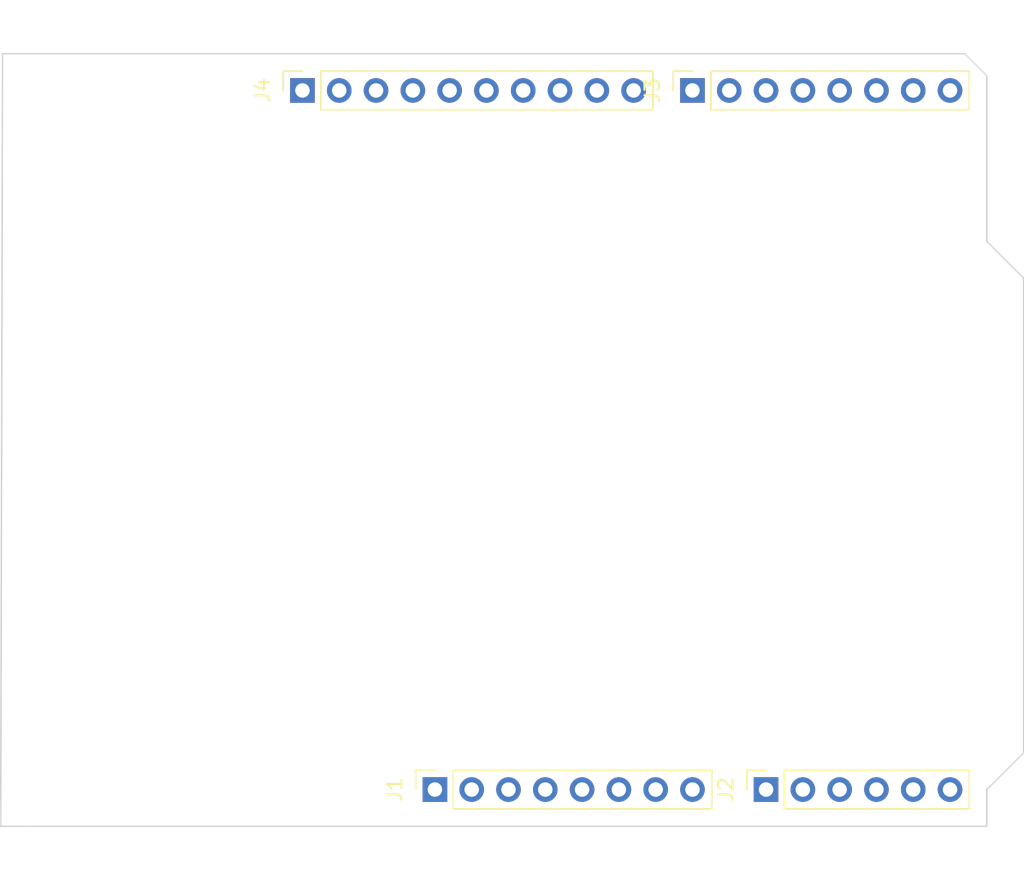
<source format=kicad_pcb>
(kicad_pcb (version 20221018) (generator pcbnew)
  (layers (0 "F.Cu" signal) (31 "B.Cu" signal) (34 "B.Paste" user) (35 "F.Paste" user) (36 "B.SilkS" user "B.Silkscreen") (37 "F.SilkS" user "F.Silkscreen") (38 "B.Mask" user) (39 "F.Mask" user) (44 "Edge.Cuts" user))
  (net 0 "")
  (net 2 "/IOREF")
  (net 3 "/RESET")
  (net 4 "/3.3V")
  (net 5 "/5V")
  (net 6 "/GND")
  (net 7 "/VIN")
  (net 8 "/A0")
  (net 9 "/A1")
  (net 10 "/A2")
  (net 11 "/A3")
  (net 12 "/A4")
  (net 13 "/A5")
  (net 14 "/AREF")
  (net 15 "/13")
  (net 16 "/12")
  (net 17 "/~11")
  (net 18 "/~10")
  (net 19 "/9")
  (net 20 "/8")
  (net 21 "/7")
  (net 22 "/6")
  (net 23 "/5")
  (net 24 "/4")
  (net 25 "/3")
  (net 26 "/2")
  (net 27 "/1 TX")
  (net 28 "/0 RX")
  (footprint "Connector_PinSocket_2.54mm:PinSocket_1x08_P2.54mm_Vertical" (layer "F.Cu") (at 124.968 98.552 90)
    (fp_text reference "J3" (at 0 -2.77 90) (layer "F.SilkS"))
    (fp_text value "Conn_01x08_Pin")
    (fp_line (start -1.33 1.27) (end -1.33 19.11) (stroke (width 0.12)) (layer "F.SilkS"))
    (fp_line (start -1.33 1.27) (end 1.33 1.27) (stroke (width 0.12)) (layer "F.SilkS"))
    (fp_line (start -1.33 19.11) (end 1.33 19.11) (stroke (width 0.12)) (layer "F.SilkS"))
    (fp_line (start 0 -1.33) (end 1.33 -1.33) (stroke (width 0.12)) (layer "F.SilkS"))
    (fp_line (start 1.33 -1.33) (end 1.33 0) (stroke (width 0.12)) (layer "F.SilkS"))
    (fp_line (start 1.33 1.27) (end 1.33 19.11) (stroke (width 0.12)) (layer "F.SilkS"))
    (pad "1" thru_hole rect (at 0 0 90) (size 1.7 1.7) (drill 1) (layers "*.Cu" "*.Mask") (net 21 "/7"))
    (pad "2" thru_hole oval (at 0 2.54 90) (size 1.7 1.7) (drill 1) (layers "*.Cu" "*.Mask") (net 22 "/6"))
    (pad "3" thru_hole oval (at 0 5.08 90) (size 1.7 1.7) (drill 1) (layers "*.Cu" "*.Mask") (net 23 "/5"))
    (pad "4" thru_hole oval (at 0 7.62 90) (size 1.7 1.7) (drill 1) (layers "*.Cu" "*.Mask") (net 24 "/4"))
    (pad "5" thru_hole oval (at 0 10.16 90) (size 1.7 1.7) (drill 1) (layers "*.Cu" "*.Mask") (net 25 "/3"))
    (pad "6" thru_hole oval (at 0 12.7 90) (size 1.7 1.7) (drill 1) (layers "*.Cu" "*.Mask") (net 26 "/2"))
    (pad "7" thru_hole oval (at 0 15.24 90) (size 1.7 1.7) (drill 1) (layers "*.Cu" "*.Mask") (net 27 "/1 TX"))
    (pad "8" thru_hole oval (at 0 17.78 90) (size 1.7 1.7) (drill 1) (layers "*.Cu" "*.Mask") (net 28 "/0 RX"))
  )
  (footprint "Connector_PinSocket_2.54mm:PinSocket_1x08_P2.54mm_Vertical" (layer "F.Cu") (at 107.188 146.812 90)
    (fp_text reference "J1" (at 0 -2.77 90) (layer "F.SilkS"))
    (fp_text value "Conn_01x08_Pin")
    (fp_line (start -1.33 1.27) (end -1.33 19.11) (stroke (width 0.12)) (layer "F.SilkS"))
    (fp_line (start -1.33 1.27) (end 1.33 1.27) (stroke (width 0.12)) (layer "F.SilkS"))
    (fp_line (start -1.33 19.11) (end 1.33 19.11) (stroke (width 0.12)) (layer "F.SilkS"))
    (fp_line (start 0 -1.33) (end 1.33 -1.33) (stroke (width 0.12)) (layer "F.SilkS"))
    (fp_line (start 1.33 -1.33) (end 1.33 0) (stroke (width 0.12)) (layer "F.SilkS"))
    (fp_line (start 1.33 1.27) (end 1.33 19.11) (stroke (width 0.12)) (layer "F.SilkS"))
    (pad "1" thru_hole rect (at 0 0 90) (size 1.7 1.7) (drill 1) (layers "*.Cu" "*.Mask"))
    (pad "2" thru_hole oval (at 0 2.54 90) (size 1.7 1.7) (drill 1) (layers "*.Cu" "*.Mask") (net 2 "/IOREF"))
    (pad "3" thru_hole oval (at 0 5.08 90) (size 1.7 1.7) (drill 1) (layers "*.Cu" "*.Mask") (net 3 "/RESET"))
    (pad "4" thru_hole oval (at 0 7.62 90) (size 1.7 1.7) (drill 1) (layers "*.Cu" "*.Mask") (net 4 "/3.3V"))
    (pad "5" thru_hole oval (at 0 10.16 90) (size 1.7 1.7) (drill 1) (layers "*.Cu" "*.Mask") (net 5 "/5V"))
    (pad "6" thru_hole oval (at 0 12.7 90) (size 1.7 1.7) (drill 1) (layers "*.Cu" "*.Mask") (net 6 "/GND"))
    (pad "7" thru_hole oval (at 0 15.24 90) (size 1.7 1.7) (drill 1) (layers "*.Cu" "*.Mask") (net 6 "/GND"))
    (pad "8" thru_hole oval (at 0 17.78 90) (size 1.7 1.7) (drill 1) (layers "*.Cu" "*.Mask") (net 7 "/VIN"))
  )
  (footprint "Connector_PinSocket_2.54mm:PinSocket_1x06_P2.54mm_Vertical" (layer "F.Cu") (at 130.048 146.812 90)
    (fp_text reference "J2" (at 0 -2.77 90) (layer "F.SilkS"))
    (fp_text value "Conn_01x06_Pin")
    (fp_line (start -1.33 1.27) (end -1.33 14.03) (stroke (width 0.12)) (layer "F.SilkS"))
    (fp_line (start -1.33 1.27) (end 1.33 1.27) (stroke (width 0.12)) (layer "F.SilkS"))
    (fp_line (start -1.33 14.03) (end 1.33 14.03) (stroke (width 0.12)) (layer "F.SilkS"))
    (fp_line (start 0 -1.33) (end 1.33 -1.33) (stroke (width 0.12)) (layer "F.SilkS"))
    (fp_line (start 1.33 -1.33) (end 1.33 0) (stroke (width 0.12)) (layer "F.SilkS"))
    (fp_line (start 1.33 1.27) (end 1.33 14.03) (stroke (width 0.12)) (layer "F.SilkS"))
    (pad "1" thru_hole rect (at 0 0 90) (size 1.7 1.7) (drill 1) (layers "*.Cu" "*.Mask") (net 8 "/A0"))
    (pad "2" thru_hole oval (at 0 2.54 90) (size 1.7 1.7) (drill 1) (layers "*.Cu" "*.Mask") (net 9 "/A1"))
    (pad "3" thru_hole oval (at 0 5.08 90) (size 1.7 1.7) (drill 1) (layers "*.Cu" "*.Mask") (net 10 "/A2"))
    (pad "4" thru_hole oval (at 0 7.62 90) (size 1.7 1.7) (drill 1) (layers "*.Cu" "*.Mask") (net 11 "/A3"))
    (pad "5" thru_hole oval (at 0 10.16 90) (size 1.7 1.7) (drill 1) (layers "*.Cu" "*.Mask") (net 12 "/A4"))
    (pad "6" thru_hole oval (at 0 12.7 90) (size 1.7 1.7) (drill 1) (layers "*.Cu" "*.Mask") (net 13 "/A5"))
  )
  (footprint "Connector_PinSocket_2.54mm:PinSocket_1x10_P2.54mm_Vertical" (layer "F.Cu") (at 98.044 98.552 90)
    (fp_text reference "J4" (at 0 -2.77 90) (layer "F.SilkS"))
    (fp_text value "Conn_01x10_Pin")
    (fp_line (start -1.33 1.27) (end -1.33 24.19) (stroke (width 0.12)) (layer "F.SilkS"))
    (fp_line (start -1.33 1.27) (end 1.33 1.27) (stroke (width 0.12)) (layer "F.SilkS"))
    (fp_line (start -1.33 24.19) (end 1.33 24.19) (stroke (width 0.12)) (layer "F.SilkS"))
    (fp_line (start 0 -1.33) (end 1.33 -1.33) (stroke (width 0.12)) (layer "F.SilkS"))
    (fp_line (start 1.33 -1.33) (end 1.33 0) (stroke (width 0.12)) (layer "F.SilkS"))
    (fp_line (start 1.33 1.27) (end 1.33 24.19) (stroke (width 0.12)) (layer "F.SilkS"))
    (pad "1" thru_hole rect (at 0 0 90) (size 1.7 1.7) (drill 1) (layers "*.Cu" "*.Mask") (net 13 "/A5"))
    (pad "2" thru_hole oval (at 0 2.54 90) (size 1.7 1.7) (drill 1) (layers "*.Cu" "*.Mask") (net 12 "/A4"))
    (pad "3" thru_hole oval (at 0 5.08 90) (size 1.7 1.7) (drill 1) (layers "*.Cu" "*.Mask") (net 14 "/AREF"))
    (pad "4" thru_hole oval (at 0 7.62 90) (size 1.7 1.7) (drill 1) (layers "*.Cu" "*.Mask") (net 6 "/GND"))
    (pad "5" thru_hole oval (at 0 10.16 90) (size 1.7 1.7) (drill 1) (layers "*.Cu" "*.Mask") (net 15 "/13"))
    (pad "6" thru_hole oval (at 0 12.7 90) (size 1.7 1.7) (drill 1) (layers "*.Cu" "*.Mask") (net 16 "/12"))
    (pad "7" thru_hole oval (at 0 15.24 90) (size 1.7 1.7) (drill 1) (layers "*.Cu" "*.Mask") (net 17 "/~11"))
    (pad "8" thru_hole oval (at 0 17.78 90) (size 1.7 1.7) (drill 1) (layers "*.Cu" "*.Mask") (net 18 "/~10"))
    (pad "9" thru_hole oval (at 0 20.32 90) (size 1.7 1.7) (drill 1) (layers "*.Cu" "*.Mask") (net 19 "/9"))
    (pad "10" thru_hole oval (at 0 22.86 90) (size 1.7 1.7) (drill 1) (layers "*.Cu" "*.Mask") (net 20 "/8"))
  )
  (gr_line (start 79.248 149.352) (end 145.288 149.352) (stroke (width 0.1)) (layer "Edge.Cuts"))
  (gr_line (start 145.288 149.352) (end 145.288 146.812) (stroke (width 0.1)) (layer "Edge.Cuts"))
  (gr_line (start 145.288 108.966) (end 145.288 97.536) (stroke (width 0.1)) (layer "Edge.Cuts"))
  (gr_line (start 147.828 144.272) (end 147.828 111.506) (stroke (width 0.1)) (layer "Edge.Cuts"))
  (gr_line (start 77.216 149.352) (end 79.248 149.352) (stroke (width 0.1)) (layer "Edge.Cuts"))
  (gr_line (start 77.343 96.012) (end 77.216 149.352) (stroke (width 0.1)) (layer "Edge.Cuts"))
  (gr_line (start 147.828 111.506) (end 145.288 108.966) (stroke (width 0.1)) (layer "Edge.Cuts"))
  (gr_line (start 145.288 146.812) (end 147.828 144.272) (stroke (width 0.1)) (layer "Edge.Cuts"))
  (gr_line (start 145.288 97.536) (end 143.764 96.012) (stroke (width 0.1)) (layer "Edge.Cuts"))
  (gr_line (start 143.764 96.012) (end 77.343 96.012) (stroke (width 0.1)) (layer "Edge.Cuts"))
  (via (at 145.415 113.792) (size 0) (drill 3.175) (layers "F.Cu" "B.Cu") (net 0))
  (via (at 94.488 98.679) (size 0) (drill 3.175) (layers "F.Cu" "B.Cu") (net 0))
  (via (at 145.288 141.732) (size 0) (drill 3.175) (layers "F.Cu" "B.Cu") (net 0))
  (via (at 93.218 146.812) (size 0) (drill 3.175) (layers "F.Cu" "B.Cu") (net 0))
)
</source>
